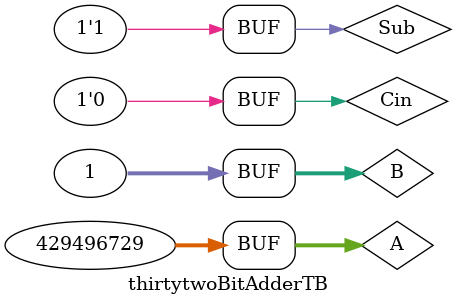
<source format=v>
module thirtytwoBitAdderTB;

	reg [31:0] A, B;
	reg [0:0] Cin, Sub;
	wire [0:0] Cout;
	wire[31:0] Sum;

	thirtytwoBitAdder TBA_TB0(A,B,Cin,Sub,Sum,Cout);

	initial begin
		Sub = 0;
		A = 2; 		B = 6; 		Cin = 0; #5; //8
		A = 16; 	B = 23; 	Cin = 0; #5; //39
		A = 124; 	B = 215; 	Cin = 0; #5; //339
		A = 1504; 	B = 4120; 	Cin = 0; #5; //5624
		A = 15031; 	B = 10154; 	Cin = 0; #5; //25185
		A = 65535; 	B = 1; 		Cin = 0; #5; //65536
		A = 65535; 	B = 65153; 	Cin = 0; #5; //130688
		A = 4294967295; B = 1; 		Cin = 0; #5; //4294967296

		Sub = 1;
		A = 6; 		B = 3; 		Cin = 0; #5; //3
		A = 23; 	B = 12; 	Cin = 0; #5; //11
		A = 124; 	B = 015; 	Cin = 0; #5; //109
		A = 1504; 	B = 0120; 	Cin = 0; #5; //1384
		A = 15031; 	B = 00154; 	Cin = 0; #5; //14877
		A = 6553; 	B = 1; 		Cin = 0; #5; //6552
		A = 65535; 	B = 65153; 	Cin = 0; #5; //382
		A = 429496729; 	B = 1; 		Cin = 0; #5; //429496728
	end

	initial begin
		$monitor($time, " A=%d B=%d Cin=%d Sum=%d Cout=%d", A, B, Cin, Sum, Cout);
	end
	
endmodule

</source>
